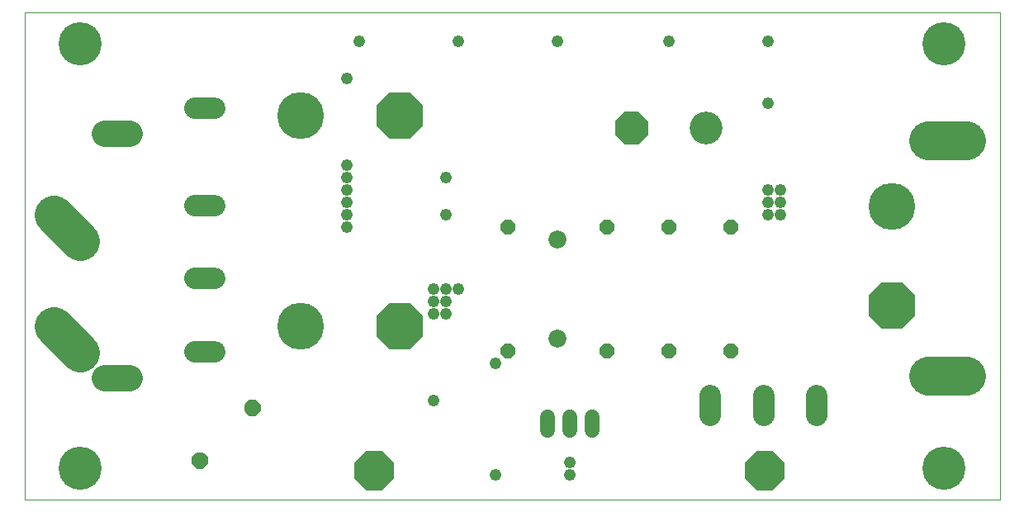
<source format=gts>
G75*
%MOIN*%
%OFA0B0*%
%FSLAX25Y25*%
%IPPOS*%
%LPD*%
%AMOC8*
5,1,8,0,0,1.08239X$1,22.5*
%
%ADD10C,0.18900*%
%ADD11OC8,0.18900*%
%ADD12C,0.10800*%
%ADD13C,0.08830*%
%ADD14C,0.01328*%
%ADD15OC8,0.06056*%
%ADD16OC8,0.13200*%
%ADD17C,0.13200*%
%ADD18OC8,0.15824*%
%ADD19C,0.00000*%
%ADD20C,0.17398*%
%ADD21C,0.15824*%
%ADD22C,0.07224*%
%ADD23C,0.05973*%
%ADD24C,0.04762*%
D10*
X0116533Y0081022D03*
X0116533Y0166022D03*
X0355037Y0129447D03*
D11*
X0355037Y0089447D03*
X0156533Y0081022D03*
X0156533Y0166022D03*
D12*
X0047438Y0158747D02*
X0037438Y0158747D01*
X0037438Y0060147D02*
X0047438Y0060147D01*
D13*
X0073856Y0070747D02*
X0081886Y0070747D01*
X0081886Y0100274D02*
X0073856Y0100274D01*
X0073856Y0129802D02*
X0081886Y0129802D01*
X0081886Y0169172D02*
X0073856Y0169172D01*
X0281962Y0053128D02*
X0281962Y0045098D01*
X0303462Y0045098D02*
X0303462Y0053128D01*
X0324962Y0053128D02*
X0324962Y0045098D01*
D14*
X0099099Y0048529D02*
X0099763Y0049193D01*
X0099763Y0046993D01*
X0098208Y0045438D01*
X0096008Y0045438D01*
X0094453Y0046993D01*
X0094453Y0049193D01*
X0096008Y0050748D01*
X0098208Y0050748D01*
X0099763Y0049193D01*
X0098767Y0048781D01*
X0098767Y0047405D01*
X0097796Y0046434D01*
X0096420Y0046434D01*
X0095449Y0047405D01*
X0095449Y0048781D01*
X0096420Y0049752D01*
X0097796Y0049752D01*
X0098767Y0048781D01*
X0097771Y0048368D01*
X0097771Y0047818D01*
X0097383Y0047430D01*
X0096833Y0047430D01*
X0096445Y0047818D01*
X0096445Y0048368D01*
X0096833Y0048756D01*
X0097383Y0048756D01*
X0097771Y0048368D01*
X0077885Y0027316D02*
X0078549Y0027980D01*
X0078549Y0025780D01*
X0076994Y0024225D01*
X0074794Y0024225D01*
X0073239Y0025780D01*
X0073239Y0027980D01*
X0074794Y0029535D01*
X0076994Y0029535D01*
X0078549Y0027980D01*
X0077553Y0027568D01*
X0077553Y0026192D01*
X0076582Y0025221D01*
X0075206Y0025221D01*
X0074235Y0026192D01*
X0074235Y0027568D01*
X0075206Y0028539D01*
X0076582Y0028539D01*
X0077553Y0027568D01*
X0076557Y0027155D01*
X0076557Y0026605D01*
X0076169Y0026217D01*
X0075619Y0026217D01*
X0075231Y0026605D01*
X0075231Y0027155D01*
X0075619Y0027543D01*
X0076169Y0027543D01*
X0076557Y0027155D01*
D15*
X0200037Y0071022D03*
X0240037Y0071022D03*
X0265037Y0071022D03*
X0290037Y0071022D03*
X0290037Y0121022D03*
X0265037Y0121022D03*
X0240037Y0121022D03*
X0200037Y0121022D03*
D16*
X0250037Y0161022D03*
D17*
X0280037Y0161022D03*
D18*
X0303777Y0022833D03*
X0146296Y0022833D03*
D19*
X0005037Y0011022D02*
X0005037Y0207873D01*
X0398737Y0207873D01*
X0398737Y0011022D01*
X0005037Y0011022D01*
D20*
X0027674Y0023818D03*
X0027674Y0195077D03*
X0376100Y0195077D03*
X0376100Y0023818D03*
D21*
X0370013Y0061022D02*
X0385037Y0061022D01*
X0385037Y0156022D02*
X0370013Y0156022D01*
X0027471Y0115399D02*
X0016848Y0126022D01*
X0016848Y0081022D02*
X0027471Y0070399D01*
D22*
X0220037Y0076022D03*
X0220037Y0116022D03*
D23*
X0216037Y0044318D02*
X0216037Y0039144D01*
X0225037Y0039144D02*
X0225037Y0044318D01*
X0234037Y0044318D02*
X0234037Y0039144D01*
D24*
X0225037Y0026022D03*
X0225037Y0021022D03*
X0195037Y0021022D03*
X0170037Y0051022D03*
X0195037Y0066022D03*
X0175037Y0086022D03*
X0170037Y0086022D03*
X0170037Y0091022D03*
X0175037Y0091022D03*
X0175037Y0096022D03*
X0180037Y0096022D03*
X0170037Y0096022D03*
X0135037Y0121022D03*
X0135037Y0126022D03*
X0135037Y0131022D03*
X0135037Y0136022D03*
X0135037Y0141022D03*
X0135037Y0146022D03*
X0175037Y0141022D03*
X0175037Y0126022D03*
X0135037Y0181022D03*
X0140037Y0196022D03*
X0180037Y0196022D03*
X0220037Y0196022D03*
X0265037Y0196022D03*
X0305037Y0196022D03*
X0305037Y0171022D03*
X0305037Y0136022D03*
X0310037Y0136022D03*
X0310037Y0131022D03*
X0305037Y0131022D03*
X0305037Y0126022D03*
X0310037Y0126022D03*
M02*

</source>
